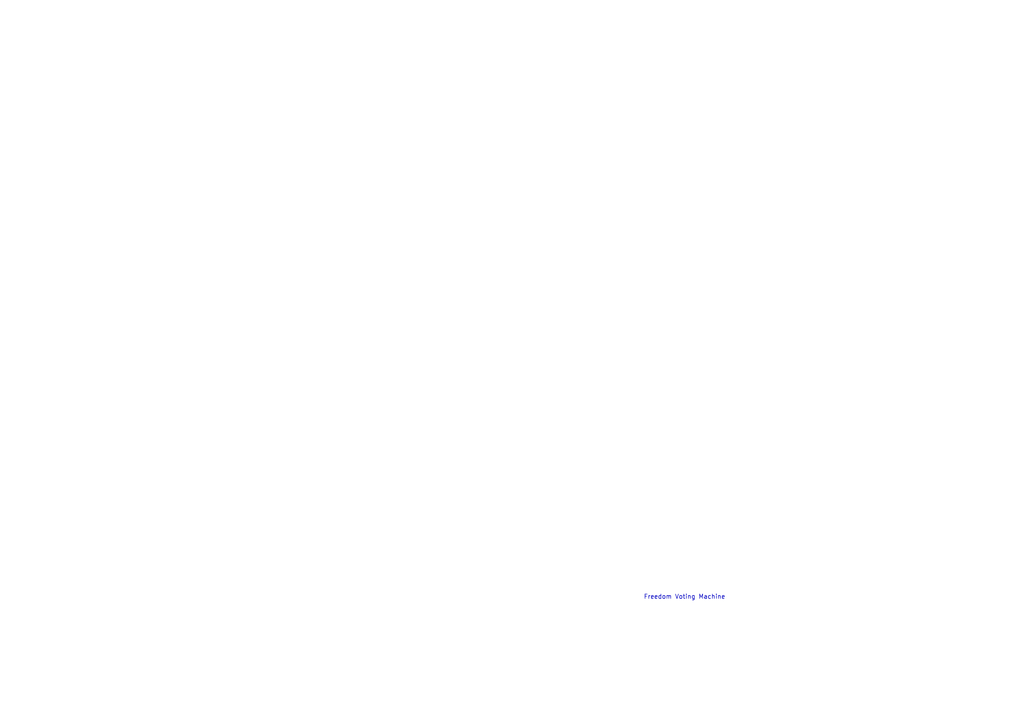
<source format=kicad_sch>
(kicad_sch (version 20211123) (generator eeschema)
  (paper "A4")
  (lib_symbols)
  (text "Freedom Voting Machine" (at 186.69 173.99 0) (effects (font (size 1.27 1.27)) (justify left bottom)))
)
</source>
